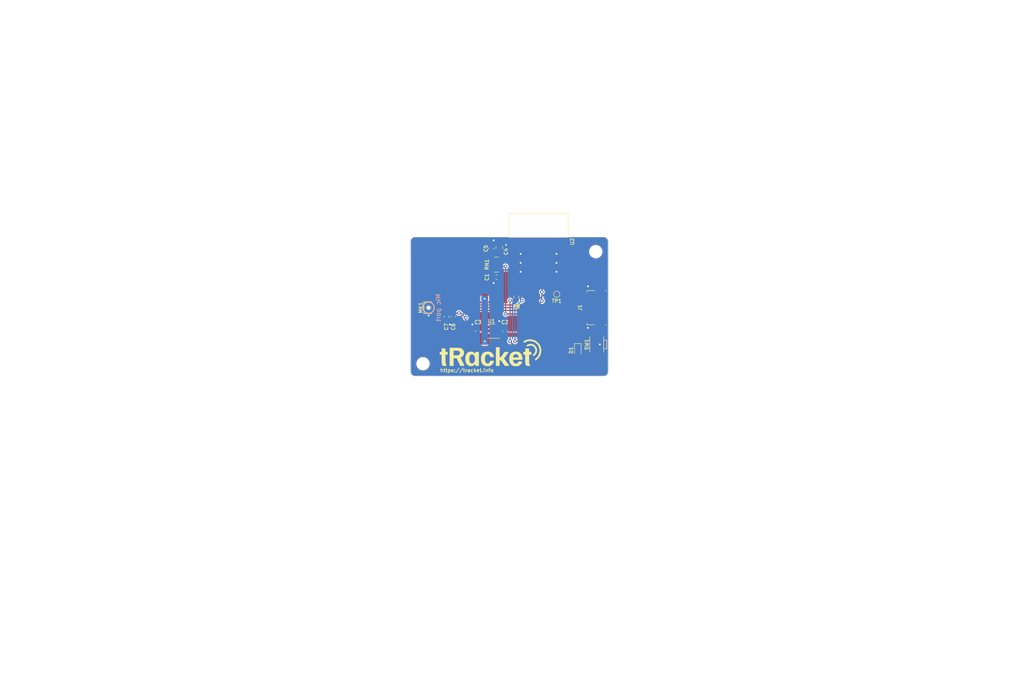
<source format=kicad_pcb>
(kicad_pcb (version 20240108) (generator "pcbnew") (generator_version "8.0")
  (title_block (title "tRacket Sensor") (date "2024-09-22") (rev "3") (company "Civic Tech Toronto") (comment 1 "Drawn by Clyne Sullivan") (comment 2 "Released under the CERN Open Hardware License Version 2 - Strongly Reciprocal"))
  (layers (0 "F.Cu" signal) (31 "B.Cu" signal) (34 "B.Paste" user) (35 "F.Paste" user) (36 "B.SilkS" user "B.Silkscreen") (37 "F.SilkS" user "F.Silkscreen") (38 "B.Mask" user) (39 "F.Mask" user) (44 "Edge.Cuts" user))
  (net 0 "")
  (net 1 "VBUS")
  (net 2 "GND")
  (net 3 "+3V3")
  (net 4 "USB_D_N")
  (net 5 "USB_D_P")
  (net 6 "MIC_WS")
  (net 7 "Net-(U2-IO9)")
  (net 8 "MIC_BCLK")
  (net 9 "MIC_DATA_OUT")
  (net 12 "STAT_LED")
  (net 13 "Net-(D1-K)")
  (net 16 "FACT_RESET")
  (net 21 "IO2")
  (net 22 "IO8")
  (net 36 "Net-(RN1A-R1.1)")
  (footprint "MountingHole:MountingHole_2.5mm" (layer "F.Cu") (at 133 104.5)
    (property "Reference" "H1" (hide yes))
    (property "Value" "MountingHole_Pad")
    (pad "" np_thru_hole circle (at 0 0) (size 2.5 2.5) (drill 2.5) (layers "*.Cu" "*.Mask"))
  )
  (footprint "Button_Switch_SMD:SW_SPST_EVQP7A" (layer "F.Cu") (at 171.72 100.2 90)
    (property "Reference" "SW1" (at 0 -2.22 90) (layer "F.SilkS") (effects (font (size 0.8 0.8))))
    (property "Value" "SW_Push")
    (pad "1" smd rect (at -1.8 -0.72 90) (size 1.4 1.05) (layers "F.Cu" "F.Paste" "F.Mask") (net 16 "FACT_RESET"))
    (pad "1" smd rect (at 1.8 -0.72 90) (size 1.4 1.05) (layers "F.Cu" "F.Paste" "F.Mask") (net 16 "FACT_RESET"))
    (pad "2" smd rect (at -1.8 0.72 90) (size 1.4 1.05) (layers "F.Cu" "F.Paste" "F.Mask") (net 2 "GND"))
    (pad "2" smd rect (at 1.8 0.72 90) (size 1.4 1.05) (layers "F.Cu" "F.Paste" "F.Mask") (net 2 "GND"))
  )
  (footprint "Capacitor_SMD:C_0603_1608Metric" (layer "F.Cu") (at 151.25 97.25 90)
    (property "Reference" "C2" (at 2 0 180) (layer "F.SilkS") (effects (font (size 0.8 0.8))))
    (property "Value" "1U")
    (pad "1" smd roundrect (at -0.775 0 90) (size 0.9 0.95) (layers "F.Cu" "F.Paste" "F.Mask") (net 1 "VBUS"))
    (pad "2" smd roundrect (at 0.775 0 90) (size 0.9 0.95) (layers "F.Cu" "F.Paste" "F.Mask") (net 2 "GND"))
  )
  (footprint "Capacitor_SMD:C_0603_1608Metric" (layer "F.Cu") (at 139.75 94 -90)
    (property "Reference" "C6" (at 2.25 0 90) (layer "F.SilkS") (effects (font (size 0.8 0.8))))
    (property "Value" "0.1U")
    (pad "1" smd roundrect (at -0.775 0 270) (size 0.9 0.95) (layers "F.Cu" "F.Paste" "F.Mask") (net 3 "+3V3"))
    (pad "2" smd roundrect (at 0.775 0 270) (size 0.9 0.95) (layers "F.Cu" "F.Paste" "F.Mask") (net 2 "GND"))
  )
  (footprint "Capacitor_SMD:C_0603_1608Metric" (layer "F.Cu") (at 149.4 85.2 180)
    (property "Reference" "C1" (at 2.15 0 90) (layer "F.SilkS") (effects (font (size 0.8 0.8))))
    (property "Value" "1U")
    (pad "1" smd roundrect (at -0.775 0 180) (size 0.9 0.95) (layers "F.Cu" "F.Paste" "F.Mask") (net 36 "Net-(RN1A-R1.1)"))
    (pad "2" smd roundrect (at 0.775 0 180) (size 0.9 0.95) (layers "F.Cu" "F.Paste" "F.Mask") (net 2 "GND"))
  )
  (footprint "Connector_USB:USB_Micro-B_Molex_47346-0001" (layer "F.Cu") (at 171.25 92 90)
    (property "Reference" "J1" (at 0 -3.25 90) (layer "F.SilkS") (effects (font (size 0.8 0.8))))
    (property "Value" "USB_B_Micro")
    (pad "1" smd rect (at -1.3 -1.46 90) (size 0.45 1.38) (layers "F.Cu" "F.Paste" "F.Mask") (net 1 "VBUS"))
    (pad "2" smd rect (at -0.65 -1.46 90) (size 0.45 1.38) (layers "F.Cu" "F.Paste" "F.Mask") (net 4 "USB_D_N"))
    (pad "3" smd rect (at 0 -1.46 90) (size 0.45 1.38) (layers "F.Cu" "F.Paste" "F.Mask") (net 5 "USB_D_P"))
    (pad "4" smd rect (at 0.65 -1.46 90) (size 0.45 1.38) (layers "F.Cu" "F.Paste" "F.Mask"))
    (pad "5" smd rect (at 1.3 -1.46 90) (size 0.45 1.38) (layers "F.Cu" "F.Paste" "F.Mask") (net 2 "GND"))
    (pad "6" smd rect (at -3.375 1.2 90) (size 1.65 1.3) (layers "F.Cu" "F.Paste" "F.Mask") (net 2 "GND"))
    (pad "6" smd rect (at -2.4875 -1.375 90) (size 1.425 1.55) (layers "F.Cu" "F.Paste" "F.Mask") (net 2 "GND"))
    (pad "6" smd rect (at -1.15 1.2 90) (size 1.8 1.9) (layers "F.Cu" "F.Paste" "F.Mask") (net 2 "GND"))
    (pad "6" smd rect (at 1.55 1.2 90) (size 1 1.9) (layers "F.Cu" "F.Paste" "F.Mask") (net 2 "GND"))
    (pad "6" smd rect (at 2.4875 -1.375 90) (size 1.425 1.55) (layers "F.Cu" "F.Paste" "F.Mask") (net 2 "GND"))
    (pad "6" smd rect (at 3.375 1.2 90) (size 1.65 1.3) (layers "F.Cu" "F.Paste" "F.Mask") (net 2 "GND"))
  )
  (footprint "Capacitor_SMD:C_0603_1608Metric" (layer "F.Cu") (at 138.2 94 -90)
    (property "Reference" "C7" (at 2.25 0 90) (layer "F.SilkS") (effects (font (size 0.8 0.8))))
    (property "Value" "200P")
    (pad "1" smd roundrect (at -0.775 0 270) (size 0.9 0.95) (layers "F.Cu" "F.Paste" "F.Mask") (net 3 "+3V3"))
    (pad "2" smd roundrect (at 0.775 0 270) (size 0.9 0.95) (layers "F.Cu" "F.Paste" "F.Mask") (net 2 "GND"))
  )
  (footprint "LOGO" (layer "F.Cu") (at 147.85 102.2)
    (property "Reference" "G***" (hide yes))
    (property "Value" "LOGO" (hide yes))
  )
  (footprint "MountingHole:MountingHole_2.5mm" (layer "F.Cu") (at 171.5 79.5)
    (property "Reference" "H2" (hide yes))
    (property "Value" "MountingHole_Pad")
    (pad "" np_thru_hole circle (at 0 0) (size 2.5 2.5) (drill 2.5) (layers "*.Cu" "*.Mask"))
  )
  (footprint "Resistor_SMD:R_Array_Convex_4x0603" (layer "F.Cu") (at 149.4 82.4 180)
    (property "Reference" "RN1" (at 2.15 0 -90) (layer "F.SilkS") (effects (font (size 0.8 0.8))))
    (property "Value" "10k")
    (pad "1" smd rect (at -0.9 -1.2 180) (size 0.8 0.5) (layers "F.Cu" "F.Paste" "F.Mask") (net 36 "Net-(RN1A-R1.1)"))
    (pad "2" smd rect (at -0.9 -0.4 180) (size 0.8 0.4) (layers "F.Cu" "F.Paste" "F.Mask") (net 22 "IO8"))
    (pad "3" smd rect (at -0.9 0.4 180) (size 0.8 0.4) (layers "F.Cu" "F.Paste" "F.Mask"))
    (pad "4" smd rect (at -0.9 1.2 180) (size 0.8 0.5) (layers "F.Cu" "F.Paste" "F.Mask") (net 21 "IO2"))
    (pad "5" smd rect (at 0.9 1.2 180) (size 0.8 0.5) (layers "F.Cu" "F.Paste" "F.Mask") (net 3 "+3V3"))
    (pad "6" smd rect (at 0.9 0.4 180) (size 0.8 0.4) (layers "F.Cu" "F.Paste" "F.Mask") (net 3 "+3V3"))
    (pad "7" smd rect (at 0.9 -0.4 180) (size 0.8 0.4) (layers "F.Cu" "F.Paste" "F.Mask") (net 3 "+3V3"))
    (pad "8" smd rect (at 0.9 -1.2 180) (size 0.8 0.5) (layers "F.Cu" "F.Paste" "F.Mask") (net 3 "+3V3"))
  )
  (footprint "Capacitor_SMD:C_0603_1608Metric" (layer "F.Cu") (at 145.25 97.25 90)
    (property "Reference" "C3" (at 2 0 180) (layer "F.SilkS") (effects (font (size 0.8 0.8))))
    (property "Value" "1U")
    (pad "1" smd roundrect (at -0.775 0 90) (size 0.9 0.95) (layers "F.Cu" "F.Paste" "F.Mask") (net 3 "+3V3"))
    (pad "2" smd roundrect (at 0.775 0 90) (size 0.9 0.95) (layers "F.Cu" "F.Paste" "F.Mask") (net 2 "GND"))
  )
  (footprint "Capacitor_SMD:C_0603_1608Metric" (layer "F.Cu") (at 148.2 78.8 90)
    (property "Reference" "C5" (at 0 -1.2 -90) (layer "F.SilkS") (effects (font (size 0.8 0.8))))
    (property "Value" "0.1U")
    (pad "1" smd roundrect (at -0.775 0 90) (size 0.9 0.95) (layers "F.Cu" "F.Paste" "F.Mask") (net 3 "+3V3"))
    (pad "2" smd roundrect (at 0.775 0 90) (size 0.9 0.95) (layers "F.Cu" "F.Paste" "F.Mask") (net 2 "GND"))
  )
  (footprint "LED_SMD:LED_0603_1608Metric" (layer "F.Cu") (at 167.5 101.5 -90)
    (property "Reference" "D1" (at 0 1.5 90) (layer "F.SilkS") (effects (font (size 0.8 0.8))))
    (property "Value" "LED")
    (pad "1" smd roundrect (at -0.7875 0 270) (size 0.875 0.95) (layers "F.Cu" "F.Paste" "F.Mask") (net 13 "Net-(D1-K)"))
    (pad "2" smd roundrect (at 0.7875 0 270) (size 0.875 0.95) (layers "F.Cu" "F.Paste" "F.Mask") (net 3 "+3V3"))
  )
  (footprint "noisemeter:MIC_SPH0645LM4H-B" (layer "F.Cu") (at 134.25 92 -90)
    (property "Reference" "MK1" (at -0.001 1.75 90) (layer "F.SilkS") (effects (font (size 0.8 0.8))))
    (property "Value" "SPH0645LM4H-B")
    (pad "" np_thru_hole circle (at 0 0 270) (size 0.5 0.5) (drill 0.5) (layers "*.Cu" "*.Mask"))
    (pad "1" smd rect (at -0.9 -2.074 270) (size 0.6 0.522) (layers "F.Cu" "F.Paste" "F.Mask") (net 6 "MIC_WS"))
    (pad "2" smd rect (at -0.9 -1.252 270) (size 0.6 0.522) (layers "F.Cu" "F.Paste" "F.Mask") (net 2 "GND"))
    (pad "3" smd custom (at 0.65 -0.02 270) (size 0.1 0.1) (layers "F.Cu") (net 2 "GND") (options (clearance outline) (anchor rect)) (primitives (gr_poly (pts (xy -0.66 -0.49) (xy -0.66 -0.79) (xy -0.707 -0.789) (xy -0.748 -0.786) (xy -0.789 -0.78) (xy -0.83 -0.773) (xy -0.871 -0.763) (xy -0.911 -0.751) (xy -0.95 -0.737) (xy -0.988 -0.721) (xy -1.026 -0.703) (xy -1.063 -0.684) (xy -1.098 -0.662) (xy -1.132 -0.638) (xy -1.165 -0.613) (xy -1.197 -0.586) (xy -1.227 -0.557) (xy -1.256 -0.527) (xy -1.283 -0.495) (xy -1.308 -0.462) (xy -1.332 -0.428) (xy -1.354 -0.393) (xy -1.373 -0.356) (xy -1.391 -0.318) (xy -1.407 -0.28) (xy -1.421 -0.241) (xy -1.433 -0.201) (xy -1.443 -0.16) (xy -1.45 -0.119) (xy -1.456 -0.078) (xy -1.459 -0.037) (xy -1.46 0) (xy -1.459 0.043) (xy -1.455 0.087) (xy -1.45 0.13) (xy -1.442 0.173) (xy -1.432 0.215) (xy -1.419 0.256) (xy -1.405 0.297) (xy -1.388 0.338) (xy -1.37 0.377) (xy -1.349 0.415) (xy -1.326 0.452) (xy -1.301 0.488) (xy -1.275 0.522) (xy -1.247 0.555) (xy -1.217 0.587) (xy -1.185 0.617) (xy -1.152 0.645) (xy -1.118 0.671) (xy -1.082 0.696) (xy -1.045 0.719) (xy -1.007 0.74) (xy -0.968 0.758) (xy -0.927 0.775) (xy -0.886 0.789) (xy -0.845 0.802) (xy -0.803 0.812) (xy -0.76 0.82) (xy -0.717 0.825) (xy -0.673 0.829) (xy -0.63 0.83) (xy -0.62 0.83) (xy -0.579 0.829) (xy -0.538 0.826) (xy -0.498 0.82) (xy -0.458 0.813) (xy -0.418 0.803) (xy -0.379 0.792) (xy -0.34 0.778) (xy -0.303 0.763) (xy -0.266 0.745) (xy -0.23 0.725) (xy -0.195 0.704) (xy -0.162 0.681) (xy -0.129 0.656) (xy -0.098 0.63) (xy -0.068 0.602) (xy -0.04 0.572) (xy -0.014 0.541) (xy 0.011 0.508) (xy 0.034 0.475) (xy 0.055 0.44) (xy 0.075 0.404) (xy 0.093 0.367) (xy 0.108 0.33) (xy 0.122 0.291) (xy 0.133 0.252) (xy 0.143 0.212) (xy 0.15 0.172) (xy 0.156 0.132) (xy 0.159 0.091) (xy 0.16 0.05) (xy 0.16 0.02) (xy 0.159 -0.022) (xy 0.156 -0.065) (xy 0.15 -0.107) (xy 0.142 -0.148) (xy 0.132 -0.19) (xy 0.12 -0.23) (xy 0.106 -0.27) (xy 0.09 -0.309) (xy 0.072 -0.348) (xy 0.051 -0.385) (xy 0.029 -0.421) (xy 0.005 -0.456) (xy -0.021 -0.49) (xy -0.048 -0.522) (xy -0.077 -0.553) (xy -0.108 -0.582) (xy -0.14 -0.609) (xy -0.174 -0.635) (xy -0.209 -0.659) (xy -0.245 -0.681) (xy -0.282 -0.702) (xy -0.321 -0.72) (xy -0.36 -0.736) (xy -0.4 -0.75) (xy -0.44 -0.762) (xy -0.482 -0.772) (xy -0.523 -0.78) (xy -0.565 -0.786) (xy -0.608 -0.789) (xy -0.65 -0.79) (xy -0.65 -0.49) (xy -0.627 -0.49) (xy -0.601 -0.488) (xy -0.575 -0.485) (xy -0.549 -0.481) (xy -0.523 -0.475) (xy -0.497 -0.468) (xy -0.472 -0.46) (xy -0.448 -0.45) (xy -0.424 -0.439) (xy -0.4 -0.427) (xy -0.377 -0.413) (xy -0.355 -0.399) (xy -0.334 -0.383) (xy -0.314 -0.366) (xy -0.294 -0.348) (xy -0.276 -0.329) (xy -0.258 -0.31) (xy -0.242 -0.289) (xy -0.226 -0.267) (xy -0.212 -0.245) (xy -0.199 -0.222) (xy -0.187 -0.198) (xy -0.177 -0.174) (xy -0.167 -0.149) (xy -0.16 -0.124) (xy -0.153 -0.099) (xy -0.148 -0.073) (xy -0.144 -0.047) (xy -0.141 -0.02) (xy -0.14 0.01) (xy -0.141 0.037) (xy -0.143 0.064) (xy -0.146 0.091) (xy -0.151 0.118) (xy -0.158 0.145) (xy -0.165 0.171) (xy -0.175 0.196) (xy -0.185 0.222) (xy -0.197 0.246) (xy -0.21 0.27) (xy -0.224 0.293) (xy -0.239 0.316) (xy -0.256 0.337) (xy -0.274 0.358) (xy -0.292 0.378) (xy -0.312 0.396) (xy -0.333 0.414) (xy -0.354 0.431) (xy -0.377 0.446) (xy -0.4 0.46) (xy -0.424 0.473) (xy -0.448 0.485) (xy -0.474 0.495) (xy -0.499 0.505) (xy -0.525 0.512) (xy -0.552 0.519) (xy -0.579 0.524) (xy -0.606 0.527) (xy -0.633 0.529) (xy -0.66 0.53) (xy -0.67 0.53) (xy -0.696 0.529) (xy -0.721 0.527) (xy -0.747 0.524) (xy -0.772 0.519) (xy -0.797 0.513) (xy -0.821 0.506) (xy -0.846 0.497) (xy -0.869 0.488) (xy -0.892 0.477) (xy -0.915 0.464) (xy -0.937 0.451) (xy -0.958 0.436) (xy -0.978 0.421) (xy -0.998 0.404) (xy -1.016 0.386) (xy -1.034 0.368) (xy -1.051 0.348) (xy -1.066 0.328) (xy -1.081 0.307) (xy -1.094 0.285) (xy -1.107 0.262) (xy -1.118 0.239) (xy -1.127 0.216) (xy -1.136 0.191) (xy -1.143 0.167) (xy -1.149 0.142) (xy -1.154 0.117) (xy -1.157 0.091) (xy -1.159 0.066) (xy -1.16 0.04) (xy -1.16 0.01) (xy -1.159 -0.016) (xy -1.157 -0.042) (xy -1.154 -0.068) (xy -1.149 -0.094) (xy -1.143 -0.119) (xy -1.136 -0.145) (xy -1.127 -0.169) (xy -1.117 -0.193) (xy -1.106 -0.217) (xy -1.093 -0.24) (xy -1.079 -0.262) (xy -1.065 -0.284) (xy -1.049 -0.305) (xy -1.032 -0.325) (xy -1.014 -0.344) (xy -0.995 -0.362) (xy -0.975 -0.379) (xy -0.954 -0.395) (xy -0.932 -0.409) (xy -0.91 -0.423) (xy -0.887 -0.436) (xy -0.863 -0.447) (xy -0.839 -0.457) (xy -0.815 -0.466) (xy -0.789 -0.473) (xy -0.764 -0.479) (xy -0.738 -0.484) (xy -0.712 -0.487) (xy -0.686 -0.489) (xy -0.66 -0.49)) (width 0.001) (fill yes))))
    (pad "4" smd rect (at 0.9 -1.252 270) (size 0.6 0.522) (layers "F.Cu" "F.Paste" "F.Mask") (net 8 "MIC_BCLK"))
    (pad "5" smd rect (at 0.9 -2.074 270) (size 0.6 0.522) (layers "F.Cu" "F.Paste" "F.Mask") (net 3 "+3V3"))
    (pad "6" smd rect (at 0 -2.074 270) (size 0.6 0.522) (layers "F.Cu" "F.Paste" "F.Mask") (net 9 "MIC_DATA_OUT"))
  )
  (footprint "Capacitor_SMD:C_0805_2012Metric" (layer "F.Cu") (at 150 78.6 90)
    (property "Reference" "C4" (at -0.9 1.5 -90) (layer "F.SilkS") (effects (font (size 0.8 0.8) (thickness 0.15) (bold yes))))
    (property "Value" "10U")
    (pad "1" smd roundrect (at -0.95 0 90) (size 1 1.45) (layers "F.Cu" "F.Paste" "F.Mask") (net 3 "+3V3"))
    (pad "2" smd roundrect (at 0.95 0 90) (size 1 1.45) (layers "F.Cu" "F.Paste" "F.Mask") (net 2 "GND"))
  )
  (footprint "TestPoint:TestPoint_Pad_D1.0mm" (layer "F.Cu") (at 162.8 89)
    (property "Reference" "TP1" (at 0 1.5 0) (layer "F.SilkS") (effects (font (size 0.8 0.8))))
    (property "Value" "TestPoint")
    (pad "1" smd circle (at 0 0) (size 1 1) (layers "F.Cu" "F.Mask") (net 7 "Net-(U2-IO9)"))
  )
  (footprint "Package_TO_SOT_SMD:SOT-23-5" (layer "F.Cu") (at 148.25 97.25 180)
    (property "Reference" "U1" (at 0 2.25 0) (layer "F.SilkS") (effects (font (size 0.8 0.8))))
    (property "Value" "AP2112K-3.3")
    (pad "1" smd roundrect (at -1.1375 -0.95 180) (size 1.325 0.6) (layers "F.Cu" "F.Paste" "F.Mask") (net 1 "VBUS"))
    (pad "2" smd roundrect (at -1.1375 0 180) (size 1.325 0.6) (layers "F.Cu" "F.Paste" "F.Mask") (net 2 "GND"))
    (pad "3" smd roundrect (at -1.1375 0.95 180) (size 1.325 0.6) (layers "F.Cu" "F.Paste" "F.Mask") (net 1 "VBUS"))
    (pad "4" smd roundrect (at 1.1375 0.95 180) (size 1.325 0.6) (layers "F.Cu" "F.Paste" "F.Mask"))
    (pad "5" smd roundrect (at 1.1375 -0.95 180) (size 1.325 0.6) (layers "F.Cu" "F.Paste" "F.Mask") (net 3 "+3V3"))
  )
  (footprint "Resistor_SMD:R_0603_1608Metric" (layer "F.Cu") (at 153.8 89.6 -90)
    (property "Reference" "R8" (at 2.15 0 180) (layer "F.SilkS") (effects (font (size 0.8 0.8))))
    (property "Value" "51")
    (pad "1" smd roundrect (at -0.825 0 270) (size 0.8 0.95) (layers "F.Cu" "F.Paste" "F.Mask") (net 12 "STAT_LED"))
    (pad "2" smd roundrect (at 0.825 0 270) (size 0.8 0.95) (layers "F.Cu" "F.Paste" "F.Mask") (net 13 "Net-(D1-K)"))
  )
  (footprint "noisemeter:XCVR_ESP32-C3-MINI-1-N4" (layer "F.Cu") (at 158.75 79.3)
    (property "Reference" "U2" (at 7.5 -2.05 90) (layer "F.SilkS") (effects (font (size 0.8 0.8))))
    (property "Value" "ESP32-C3-MINI-1-N4")
    (pad "1" smd rect (at -5.9 -1.3) (size 0.8 0.4) (layers "F.Cu" "F.Paste" "F.Mask") (net 2 "GND"))
    (pad "2" smd rect (at -5.9 -0.5) (size 0.8 0.4) (layers "F.Cu" "F.Paste" "F.Mask") (net 2 "GND"))
    (pad "3" smd rect (at -5.9 0.3) (size 0.8 0.4) (layers "F.Cu" "F.Paste" "F.Mask") (net 3 "+3V3"))
    (pad "4" smd rect (at -5.9 1.1) (size 0.8 0.4) (layers "F.Cu" "F.Paste" "F.Mask"))
    (pad "5" smd rect (at -5.9 1.9) (size 0.8 0.4) (layers "F.Cu" "F.Paste" "F.Mask") (net 21 "IO2"))
    (pad "6" smd rect (at -5.9 2.7) (size 0.8 0.4) (layers "F.Cu" "F.Paste" "F.Mask"))
    (pad "7" smd rect (at -5.9 3.5) (size 0.8 0.4) (layers "F.Cu" "F.Paste" "F.Mask"))
    (pad "8" smd rect (at -5.9 4.3) (size 0.8 0.4) (layers "F.Cu" "F.Paste" "F.Mask") (net 36 "Net-(RN1A-R1.1)"))
    (pad "9" smd rect (at -5.9 5.1) (size 0.8 0.4) (layers "F.Cu" "F.Paste" "F.Mask"))
    (pad "10" smd rect (at -5.9 5.9) (size 0.8 0.4) (layers "F.Cu" "F.Paste" "F.Mask"))
    (pad "11" smd rect (at -5.9 6.7) (size 0.8 0.4) (layers "F.Cu" "F.Paste" "F.Mask") (net 2 "GND"))
    (pad "12" smd rect (at -4.8 7.6) (size 0.4 0.8) (layers "F.Cu" "F.Paste" "F.Mask") (net 12 "STAT_LED"))
    (pad "13" smd rect (at -4 7.6) (size 0.4 0.8) (layers "F.Cu" "F.Paste" "F.Mask") (net 16 "FACT_RESET"))
    (pad "14" smd rect (at -3.2 7.6) (size 0.4 0.8) (layers "F.Cu" "F.Paste" "F.Mask") (net 2 "GND"))
    (pad "15" smd rect (at -2.4 7.6) (size 0.4 0.8) (layers "F.Cu" "F.Paste" "F.Mask"))
    (pad "16" smd rect (at -1.6 7.6) (size 0.4 0.8) (layers "F.Cu" "F.Paste" "F.Mask"))
    (pad "17" smd rect (at -0.8 7.6) (size 0.4 0.8) (layers "F.Cu" "F.Paste" "F.Mask"))
    (pad "18" smd rect (at 0 7.6) (size 0.4 0.8) (layers "F.Cu" "F.Paste" "F.Mask") (net 6 "MIC_WS"))
    (pad "19" smd rect (at 0.8 7.6) (size 0.4 0.8) (layers "F.Cu" "F.Paste" "F.Mask") (net 8 "MIC_BCLK"))
    (pad "20" smd rect (at 1.6 7.6) (size 0.4 0.8) (layers "F.Cu" "F.Paste" "F.Mask") (net 9 "MIC_DATA_OUT"))
    (pad "21" smd rect (at 2.4 7.6) (size 0.4 0.8) (layers "F.Cu" "F.Paste" "F.Mask"))
    (pad "22" smd rect (at 3.2 7.6) (size 0.4 0.8) (layers "F.Cu" "F.Paste" "F.Mask") (net 22 "IO8"))
    (pad "23" smd rect (at 4 7.6) (size 0.4 0.8) (layers "F.Cu" "F.Paste" "F.Mask") (net 7 "Net-(U2-IO9)"))
    (pad "24" smd rect (at 4.8 7.6) (size 0.4 0.8) (layers "F.Cu" "F.Paste" "F.Mask"))
    (pad "25" smd rect (at 5.9 6.7) (size 0.8 0.4) (layers "F.Cu" "F.Paste" "F.Mask"))
    (pad "26" smd rect (at 5.9 5.9) (size 0.8 0.4) (layers "F.Cu" "F.Paste" "F.Mask") (net 4 "USB_D_N"))
    (pad "27" smd rect (at 5.9 5.1) (size 0.8 0.4) (layers "F.Cu" "F.Paste" "F.Mask") (net 5 "USB_D_P"))
    (pad "28" smd rect (at 5.9 4.3) (size 0.8 0.4) (layers "F.Cu" "F.Paste" "F.Mask"))
    (pad "29" smd rect (at 5.9 3.5) (size 0.8 0.4) (layers "F.Cu" "F.Paste" "F.Mask"))
    (pad "30" smd rect (at 5.9 2.7) (size 0.8 0.4) (layers "F.Cu" "F.Paste" "F.Mask"))
    (pad "31" smd rect (at 5.9 1.9) (size 0.8 0.4) (layers "F.Cu" "F.Paste" "F.Mask"))
    (pad "32" smd rect (at 5.9 1.1) (size 0.8 0.4) (layers "F.Cu" "F.Paste" "F.Mask"))
    (pad "33" smd rect (at 5.9 0.3) (size 0.8 0.4) (layers "F.Cu" "F.Paste" "F.Mask"))
    (pad "34" smd rect (at 5.9 -0.5) (size 0.8 0.4) (layers "F.Cu" "F.Paste" "F.Mask"))
    (pad "35" smd rect (at 5.9 -1.3) (size 0.8 0.4) (layers "F.Cu" "F.Paste" "F.Mask"))
    (pad "36" smd rect (at 4.8 -2.2) (size 0.4 0.8) (layers "F.Cu" "F.Paste" "F.Mask") (net 2 "GND"))
    (pad "37" smd rect (at 4 -2.2) (size 0.4 0.8) (layers "F.Cu" "F.Paste" "F.Mask") (net 2 "GND"))
    (pad "38" smd rect (at 3.2 -2.2) (size 0.4 0.8) (layers "F.Cu" "F.Paste" "F.Mask") (net 2 "GND"))
    (pad "39" smd rect (at 2.4 -2.2) (size 0.4 0.8) (layers "F.Cu" "F.Paste" "F.Mask") (net 2 "GND"))
    (pad "40" smd rect (at 1.6 -2.2) (size 0.4 0.8) (layers "F.Cu" "F.Paste" "F.Mask") (net 2 "GND"))
    (pad "41" smd rect (at 0.8 -2.2) (size 0.4 0.8) (layers "F.Cu" "F.Paste" "F.Mask") (net 2 "GND"))
    (pad "42" smd rect (at 0 -2.2) (size 0.4 0.8) (layers "F.Cu" "F.Paste" "F.Mask") (net 2 "GND"))
    (pad "43" smd rect (at -0.8 -2.2) (size 0.4 0.8) (layers "F.Cu" "F.Paste" "F.Mask") (net 2 "GND"))
    (pad "44" smd rect (at -1.6 -2.2) (size 0.4 0.8) (layers "F.Cu" "F.Paste" "F.Mask") (net 2 "GND"))
    (pad "45" smd rect (at -2.4 -2.2) (size 0.4 0.8) (layers "F.Cu" "F.Paste" "F.Mask") (net 2 "GND"))
    (pad "46" smd rect (at -3.2 -2.2) (size 0.4 0.8) (layers "F.Cu" "F.Paste" "F.Mask") (net 2 "GND"))
    (pad "47" smd rect (at -4 -2.2) (size 0.4 0.8) (layers "F.Cu" "F.Paste" "F.Mask") (net 2 "GND"))
    (pad "48" smd rect (at -4.8 -2.2) (size 0.4 0.8) (layers "F.Cu" "F.Paste" "F.Mask") (net 2 "GND"))
    (pad "49_1" smd custom (at -1.975 0.725) (size 0.6 0.6) (layers "F.Cu") (net 2 "GND") (options (clearance outline) (anchor rect)) (primitives (gr_poly (pts (xy 0.725 0.725) (xy -0.725 0.725) (xy -0.725 -0.125) (xy -0.125 -0.725) (xy 0.725 -0.725)) (width 0.01) (fill yes))))
    (pad "49_2" smd rect (at 0 0.725) (size 1.45 1.45) (layers "F.Cu" "F.Paste" "F.Mask") (net 2 "GND"))
    (pad "49_3" smd rect (at 1.975 0.725) (size 1.45 1.45) (layers "F.Cu" "F.Paste" "F.Mask") (net 2 "GND"))
    (pad "49_4" smd rect (at 1.975 2.7) (size 1.45 1.45) (layers "F.Cu" "F.Paste" "F.Mask") (net 2 "GND"))
    (pad "49_5" smd rect (at 1.975 4.675) (size 1.45 1.45) (layers "F.Cu" "F.Paste" "F.Mask") (net 2 "GND"))
    (pad "49_6" smd rect (at 0 4.675) (size 1.45 1.45) (layers "F.Cu" "F.Paste" "F.Mask") (net 2 "GND"))
    (pad "49_7" smd rect (at -1.975 4.675) (size 1.45 1.45) (layers "F.Cu" "F.Paste" "F.Mask") (net 2 "GND"))
    (pad "49_8" smd rect (at -1.975 2.7) (size 1.45 1.45) (layers "F.Cu" "F.Paste" "F.Mask") (net 2 "GND"))
    (pad "49_9" smd rect (at 0 2.7) (size 1.45 1.45) (layers "F.Cu" "F.Paste" "F.Mask") (net 2 "GND"))
    (pad "50" smd rect (at 5.95 -2.25) (size 0.7 0.7) (layers "F.Cu" "F.Paste" "F.Mask") (net 2 "GND"))
    (pad "51" smd rect (at 5.95 7.65) (size 0.7 0.7) (layers "F.Cu" "F.Paste" "F.Mask") (net 2 "GND"))
    (pad "52" smd rect (at -5.95 7.65) (size 0.7 0.7) (layers "F.Cu" "F.Paste" "F.Mask") (net 2 "GND"))
    (pad "53" smd rect (at -5.95 -2.25) (size 0.7 0.7) (layers "F.Cu" "F.Paste" "F.Mask") (net 2 "GND"))
    (zone (net 0) (net_name "") (layer "F.Cu") (connect_pads (clearance 0)) (min_thickness 0.01)
      (keepout (tracks not_allowed) (vias not_allowed) (pads not_allowed) (copperpour not_allowed) (footprints allowed))
      (fill (thermal_gap 0.508) (thermal_bridge_width 0.508))
      (polygon (pts (xy 152.15 71) (xy 165.35 71) (xy 165.35 76.4) (xy 152.15 76.4)))
    )
    (zone (net 0) (net_name "") (layer "B.Cu") (connect_pads (clearance 0)) (min_thickness 0.01)
      (keepout (tracks not_allowed) (vias not_allowed) (pads not_allowed) (copperpour not_allowed) (footprints allowed))
      (fill (thermal_gap 0.508) (thermal_bridge_width 0.508))
      (polygon (pts (xy 152.15 71) (xy 165.35 71) (xy 165.35 76.4) (xy 152.15 76.4)))
    )
  )
  (gr_circle (center 134.25 92) (end 133 92) (stroke (width 0.25)) (fill none) (layer "B.SilkS"))
  (gr_arc (start 131.25 107.25) (mid 130.542893 106.957107) (end 130.25 106.25) (stroke (width 0.1)) (layer "Edge.Cuts"))
  (gr_arc (start 174.25 106.25) (mid 173.957107 106.957107) (end 173.25 107.25) (stroke (width 0.1)) (layer "Edge.Cuts"))
  (gr_line (start 130.25 77.25) (end 130.25 106.25) (stroke (width 0.1)) (layer "Edge.Cuts"))
  (gr_line (start 173.25 107.25) (end 131.25 107.25) (stroke (width 0.1)) (layer "Edge.Cuts"))
  (gr_arc (start 173.25 76.25) (mid 173.957107 76.542893) (end 174.25 77.25) (stroke (width 0.1)) (layer "Edge.Cuts"))
  (gr_line (start 131.25 76.25) (end 173.25 76.25) (stroke (width 0.1)) (layer "Edge.Cuts"))
  (gr_arc (start 130.25 77.25) (mid 130.542893 76.542893) (end 131.25 76.25) (stroke (width 0.1)) (layer "Edge.Cuts"))
  (gr_line (start 174.25 106.25) (end 174.25 77.25) (stroke (width 0.1)) (layer "Edge.Cuts"))
  (gr_text "Mic port" (at 137 92 90) (layer "B.SilkS") (effects (font (size 1 1)) (justify bottom mirror)))
  (gr_text "https://tracket.info" (at 136.75 105.5 0) (layer "F.SilkS") (effects (font (size 0.8 0.8)) (justify left top)))
  (segment (start 149.3875 98.2) (end 148.725001 98.2) (width 0.25) (layer "F.Cu") (net 1))
  (segment (start 148.725001 98.2) (end 148.25 97.724999) (width 0.25) (layer "F.Cu") (net 1))
  (segment (start 148.725001 96.3) (end 149.3875 96.3) (width 0.25) (layer "F.Cu") (net 1))
  (segment (start 148.25 96.775001) (end 148.725001 96.3) (width 0.25) (layer "F.Cu") (net 1))
  (segment (start 148.25 97.724999) (end 148.25 96.775001) (width 0.25) (layer "F.Cu") (net 1))
  (via (at 139 95.75) (size 0.8) (drill 0.4) (layers "F.Cu" "B.Cu") (net 2))
  (via (at 162.75 84) (size 0.8) (drill 0.4) (layers "F.Cu" "B.Cu") (net 2))
  (via (at 150 95) (size 0.8) (drill 0.4) (layers "F.Cu" "B.Cu") (net 2))
  (via (at 134.25 93.75) (size 0.8) (drill 0.4) (layers "F.Cu" "B.Cu") (net 2))
  (via (at 148.75 86.5) (size 0.8) (drill 0.4) (layers "F.Cu" "B.Cu") (net 2))
  (via (at 154.75 82) (size 0.8) (drill 0.4) (layers "F.Cu" "B.Cu") (net 2))
  (via (at 172.4 100.2) (size 0.8) (drill 0.4) (layers "F.Cu" "B.Cu") (net 2))
  (via (at 144 95.75) (size 0.8) (drill 0.4) (layers "F.Cu" "B.Cu") (net 2))
  (via (at 154.75 80) (size 0.8) (drill 0.4) (layers "F.Cu" "B.Cu") (net 2))
  (via (at 169.75 96.5) (size 0.8) (drill 0.4) (layers "F.Cu" "B.Cu") (net 2))
  (via (at 169.75 87.25) (size 0.8) (drill 0.4) (layers "F.Cu" "B.Cu") (net 2))
  (via (at 148.75 77) (size 0.8) (drill 0.4) (layers "F.Cu" "B.Cu") (net 2))
  (via (at 162.75 82) (size 0.8) (drill 0.4) (layers "F.Cu" "B.Cu") (net 2))
  (via (at 162.75 80) (size 0.8) (drill 0.4) (layers "F.Cu" "B.Cu") (net 2))
  (via (at 154.75 84) (size 0.8) (drill 0.4) (layers "F.Cu" "B.Cu") (net 2))
  (segment (start 139.75 93.225) (end 138.2 93.225) (width 0.25) (layer "F.Cu") (net 3))
  (segment (start 139.75 93.225) (end 140.975 93.225) (width 0.25) (layer "F.Cu") (net 3))
  (segment (start 142.5 95.75) (end 144.775 98.025) (width 0.25) (layer "F.Cu") (net 3))
  (segment (start 166.7875 102.2875) (end 166 101.5) (width 0.25) (layer "F.Cu") (net 3))
  (segment (start 153.75 101.5) (end 149 101.5) (width 0.25) (layer "F.Cu") (net 3))
  (segment (start 140.975 93.225) (end 141 93.2) (width 0.25) (layer "F.Cu") (net 3))
  (segment (start 167.5 102.2875) (end 166.7875 102.2875) (width 0.25) (layer "F.Cu") (net 3))
  (segment (start 142.5 94.25) (end 142.5 95.75) (width 0.25) (layer "F.Cu") (net 3))
  (segment (start 166 101.5) (end 153.75 101.5) (width 0.25) (layer "F.Cu") (net 3))
  (segment (start 138.2 93.225) (end 136.649 93.225) (width 0.25) (layer "F.Cu") (net 3))
  (segment (start 149 101.5) (end 147.5 100) (width 0.25) (layer "F.Cu") (net 3))
  (segment (start 144.775 98.025) (end 145.25 98.025) (width 0.25) (layer "F.Cu") (net 3))
  (segment (start 136.649 93.225) (end 136.324 92.9) (width 0.25) (layer "F.Cu") (net 3))
  (via (at 142.5 94.25) (size 0.8) (drill 0.4) (layers "F.Cu" "B.Cu") (net 3))
  (via (at 146.75 90) (size 0.8) (drill 0.4) (layers "F.Cu" "B.Cu") (net 3))
  (via (at 146.75 99.5) (size 0.8) (drill 0.4) (layers "F.Cu" "B.Cu") (net 3))
  (via (at 141 93.2) (size 0.8) (drill 0.4) (layers "F.Cu" "B.Cu") (net 3))
  (segment (start 141 93.2) (end 141.45 93.2) (width 0.25) (layer "B.Cu") (net 3))
  (segment (start 141.45 93.2) (end 142.5 94.25) (width 0.25) (layer "B.Cu") (net 3))
  (segment (start 168.754999 92.65) (end 168.709999 92.605) (width 0.4) (layer "F.Cu") (net 4))
  (segment (start 168.00902 92.605) (end 166.92 91.51598) (width 0.4) (layer "F.Cu") (net 4))
  (segment (start 166.48402 85.08) (end 165.370001 85.08) (width 0.4) (layer "F.Cu") (net 4))
  (segment (start 165.370001 85.08) (end 165.250001 85.2) (width 0.4) (layer "F.Cu") (net 4))
  (segment (start 166.92 85.51598) (end 166.48402 85.08) (width 0.4) (layer "F.Cu") (net 4))
  (segment (start 166.92 91.51598) (end 166.92 85.51598) (width 0.4) (layer "F.Cu") (net 4))
  (segment (start 165.250001 85.2) (end 164.65 85.2) (width 0.4) (layer "F.Cu") (net 4))
  (segment (start 168.709999 92.605) (end 168.00902 92.605) (width 0.4) (layer "F.Cu") (net 4))
  (segment (start 169.79 92.65) (end 168.754999 92.65) (width 0.4) (layer "F.Cu") (net 4))
  (segment (start 169.79 92) (end 168.754999 92) (width 0.4) (layer "F.Cu") (net 5))
  (segment (start 167.48 91.28402) (end 167.48 85.28402) (width 0.4) (layer "F.Cu") (net 5))
  (segment (start 167.48 85.28402) (end 166.71598 84.52) (width 0.4) (layer "F.Cu") (net 5))
  (segment (start 165.250001 84.4) (end 164.65 84.4) (width 0.4) (layer "F.Cu") (net 5))
  (segment (start 168.709999 92.045) (end 168.24098 92.045) (width 0.4) (layer "F.Cu") (net 5))
  (segment (start 168.754999 92) (end 168.709999 92.045) (width 0.4) (layer "F.Cu") (net 5))
  (segment (start 165.370001 84.52) (end 165.250001 84.4) (width 0.4) (layer "F.Cu") (net 5))
  (segment (start 166.71598 84.52) (end 165.370001 84.52) (width 0.4) (layer "F.Cu") (net 5))
  (segment (start 168.24098 92.045) (end 167.48 91.28402) (width 0.4) (layer "F.Cu") (net 5))
  (segment (start 137.3 91.1) (end 137.6 91.4) (width 0.25) (layer "F.Cu") (net 6))
  (segment (start 137.6 91.4) (end 156.8 91.4) (width 0.25) (layer "F.Cu") (net 6))
  (segment (start 158.75 89.45) (end 158.75 86.9) (width 0.25) (layer "F.Cu") (net 6))
  (segment (start 156.8 91.4) (end 158.75 89.45) (width 0.25) (layer "F.Cu") (net 6))
  (segment (start 136.324 91.1) (end 137.3 91.1) (width 0.25) (layer "F.Cu") (net 6))
  (segment (start 162.75 86.9) (end 162.75 88.95) (width 0.25) (layer "F.Cu") (net 7))
  (segment (start 162.75 88.95) (end 162.8 89) (width 0.25) (layer "F.Cu") (net 7))
  (segment (start 136.052 94) (end 135.502 93.45) (width 0.25) (layer "F.Cu") (net 8))
  (segment (start 159.512653 90.512653) (end 157.425306 92.6) (width 0.25) (layer "F.Cu") (net 8))
  (segment (start 157.425306 92.6) (end 142.8 92.6) (width 0.25) (layer "F.Cu") (net 8))
  (segment (start 135.502 93.45) (end 135.502 92.9) (width 0.25) (layer "F.Cu") (net 8))
  (segment (start 159.55 86.9) (end 159.55 88.424695) (width 0.25) (layer "F.Cu") (net 8))
  (segment (start 142.8 92.6) (end 141.4 94) (width 0.25) (layer "F.Cu") (net 8))
  (segment (start 141.4 94) (end 136.052 94) (width 0.25) (layer "F.Cu") (net 8))
  (segment (start 159.55 88.424695) (end 159.474999 88.499696) (width 0.25) (layer "F.Cu") (net 8))
  (via (at 159.512653 90.512653) (size 0.8) (drill 0.4) (layers "F.Cu" "B.Cu") (net 8))
  (via (at 159.474999 88.499696) (size 0.8) (drill 0.4) (layers "F.Cu" "B.Cu") (net 8))
  (segment (start 159.474999 90.474999) (end 159.512653 90.512653) (width 0.25) (layer "B.Cu") (net 8))
  (segment (start 159.474999 88.499696) (end 159.474999 90.474999) (width 0.25) (layer "B.Cu") (net 8))
  (segment (start 136.324 92) (end 157 92) (width 0.25) (layer "F.Cu") (net 9))
  (segment (start 157 92) (end 160.35 88.65) (width 0.25) (layer "F.Cu") (net 9))
  (segment (start 160.35 88.65) (end 160.35 86.9) (width 0.25) (layer "F.Cu") (net 9))
  (segment (start 153.95 86.9) (end 153.95 88.625) (width 0.25) (layer "F.Cu") (net 12))
  (segment (start 153.95 88.625) (end 153.8 88.775) (width 0.25) (layer "F.Cu") (net 12))
  (segment (start 152.425 90.425) (end 152.4 90.4) (width 0.25) (layer "F.Cu") (net 13))
  (segment (start 153.6125 100.7125) (end 167.5 100.7125) (width 0.25) (layer "F.Cu") (net 13))
  (segment (start 152.4 99.5) (end 153.6125 100.7125) (width 0.25) (layer "F.Cu") (net 13))
  (segment (start 153.8 90.425) (end 152.425 90.425) (width 0.25) (layer "F.Cu") (net 13))
  (via (at 152.4 99.5) (size 0.8) (drill 0.4) (layers "F.Cu" "B.Cu") (net 13))
  (via (at 152.4 90.4) (size 0.8) (drill 0.4) (layers "F.Cu" "B.Cu") (net 13))
  (segment (start 152.4 90.4) (end 152.4 99.5) (width 0.25) (layer "B.Cu") (net 13))
  (segment (start 154.75 86.9) (end 154.75 90.15) (width 0.25) (layer "F.Cu") (net 16))
  (segment (start 153.5 99.5) (end 171 99.5) (width 0.25) (layer "F.Cu") (net 16))
  (segment (start 171 102) (end 171 99.5) (width 0.25) (layer "F.Cu") (net 16))
  (segment (start 154.75 90.15) (end 155 90.4) (width 0.25) (layer "F.Cu") (net 16))
  (segment (start 171 99.5) (end 171 98.4) (width 0.25) (layer "F.Cu") (net 16))
  (via (at 155 90.4) (size 0.8) (drill 0.4) (layers "F.Cu" "B.Cu") (net 16))
  (via (at 153.5 99.5) (size 0.8) (drill 0.4) (layers "F.Cu" "B.Cu") (net 16))
  (segment (start 153.5 91.9) (end 153.5 99.5) (width 0.25) (layer "B.Cu") (net 16))
  (segment (start 155 90.4) (end 153.5 91.9) (width 0.25) (layer "B.Cu") (net 16))
  (segment (start 152.85 81.2) (end 150.3 81.2) (width 0.25) (layer "F.Cu") (net 21))
  (segment (start 150.3 82.8) (end 151.4 82.8) (width 0.25) (layer "F.Cu") (net 22))
  (segment (start 161.95 89.45) (end 161.95 86.9) (width 0.25) (layer "F.Cu") (net 22))
  (segment (start 158 93.4) (end 161.95 89.45) (width 0.25) (layer "F.Cu") (net 22))
  (segment (start 151.4 93.4) (end 158 93.4) (width 0.25) (layer "F.Cu") (net 22))
  (via (at 151.4 93.4) (size 0.8) (drill 0.4) (layers "F.Cu" "B.Cu") (net 22))
  (via (at 151.4 82.8) (size 0.8) (drill 0.4) (layers "F.Cu" "B.Cu") (net 22))
  (segment (start 151.4 82.8) (end 151.4 93.4) (width 0.25) (layer "B.Cu") (net 22))
  (segment (start 150.3 85.075) (end 150.175 85.2) (width 0.25) (layer "F.Cu") (net 36))
  (segment (start 150.3 83.6) (end 150.3 85.075) (width 0.25) (layer "F.Cu") (net 36))
  (segment (start 152.85 83.6) (end 150.3 83.6) (width 0.25) (layer "F.Cu") (net 36))
  (zone (net 3) (net_name "+3V3") (layer "F.Cu") (priority 2) (connect_pads yes (clearance 0.25)) (min_thickness 0.25) (fill yes (thermal_gap 0.5) (thermal_bridge_width 0.5) (smoothing chamfer) (radius 0.25))
    (polygon (pts (xy 153.25 79.4) (xy 152.4 79.4) (xy 152.05 79.05) (xy 147.7 79.05) (xy 146 80.75) (xy 146 90.5) (xy 146.25 90.75) (xy 147.25 90.75) (xy 147.5 90.5) (xy 147.5 84.5) (xy 148.15 83.85) (xy 148.9 83.85) (xy 148.9 80.95) (xy 149.35 80.5) (xy 151.75 80.5) (xy 152.45 79.8) (xy 153.25 79.8)))
  )
  (zone (net 1) (net_name "VBUS") (layer "F.Cu") (priority 1) (connect_pads yes (clearance 0.25)) (min_thickness 0.25) (fill yes (thermal_gap 0.5) (thermal_bridge_width 0.5) (smoothing chamfer) (radius 0.25))
    (polygon (pts (xy 170.48 93.075) (xy 162.175 93.075) (xy 157.675 97.575) (xy 150.375 97.575) (xy 150.05 97.9) (xy 148.725 97.9) (xy 148.725 98.5) (xy 158.25 98.5) (xy 162.75 94) (xy 168.625 94) (xy 169.1 93.525) (xy 170.48 93.525)))
  )
  (zone (net 3) (net_name "+3V3") (layer "F.Cu") (priority 4) (connect_pads yes (clearance 0.25)) (min_thickness 0.25) (fill yes (thermal_gap 0.5) (thermal_bridge_width 0.5) (smoothing chamfer) (radius 0.25))
    (polygon (pts (xy 144.775 97.575) (xy 147.45 97.575) (xy 147.775 97.9) (xy 147.775 99.975) (xy 147.5 100.25) (xy 144.75 100.25) (xy 144.5 100) (xy 144.5 97.85)))
  )
  (zone (net 2) (net_name "GND") (layers "F&B.Cu") (connect_pads yes (clearance 0.25)) (min_thickness 0.25) (fill yes (thermal_gap 0.5) (thermal_bridge_width 0.5) (smoothing chamfer) (radius 0.25))
    (polygon (pts (xy 130.25 76.25) (xy 174.25 76.25) (xy 174.25 107.25) (xy 130.25 107.25)))
  )
  (zone (net 3) (net_name "+3V3") (layer "B.Cu") (priority 3) (connect_pads yes (clearance 0.25)) (min_thickness 0.25) (fill yes (thermal_gap 0.5) (thermal_bridge_width 0.5) (smoothing chamfer) (radius 0.25))
    (polygon (pts (xy 146 89.5) (xy 146.25 89.25) (xy 147.25 89.25) (xy 147.5 89.5) (xy 147.5 100) (xy 147.25 100.25) (xy 146.25 100.25) (xy 146 100)))
  )
)
</source>
